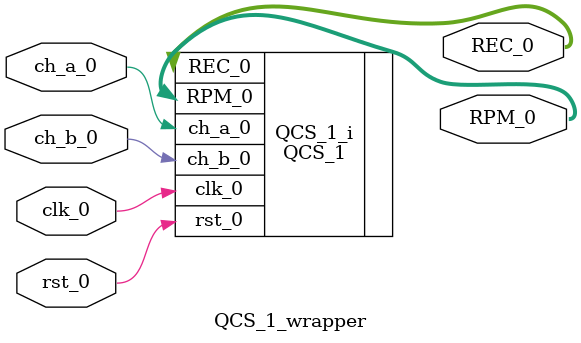
<source format=v>
`timescale 1 ps / 1 ps

module QCS_1_wrapper
   (REC_0,
    RPM_0,
    ch_a_0,
    ch_b_0,
    clk_0,
    rst_0);
  output [31:0]REC_0;
  output [31:0]RPM_0;
  input ch_a_0;
  input ch_b_0;
  input clk_0;
  input rst_0;

  wire [31:0]REC_0;
  wire [31:0]RPM_0;
  wire ch_a_0;
  wire ch_b_0;
  wire clk_0;
  wire rst_0;

  QCS_1 QCS_1_i
       (.REC_0(REC_0),
        .RPM_0(RPM_0),
        .ch_a_0(ch_a_0),
        .ch_b_0(ch_b_0),
        .clk_0(clk_0),
        .rst_0(rst_0));
endmodule

</source>
